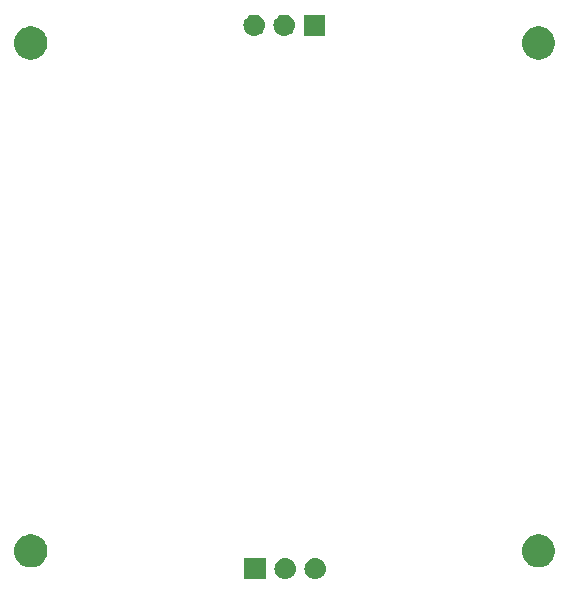
<source format=gbr>
G04 #@! TF.GenerationSoftware,KiCad,Pcbnew,5.1.4-e60b266~84~ubuntu18.04.1*
G04 #@! TF.CreationDate,2019-10-26T14:37:49-06:00*
G04 #@! TF.ProjectId,cob_single,636f625f-7369-46e6-976c-652e6b696361,rev?*
G04 #@! TF.SameCoordinates,Original*
G04 #@! TF.FileFunction,Soldermask,Bot*
G04 #@! TF.FilePolarity,Negative*
%FSLAX46Y46*%
G04 Gerber Fmt 4.6, Leading zero omitted, Abs format (unit mm)*
G04 Created by KiCad (PCBNEW 5.1.4-e60b266~84~ubuntu18.04.1) date 2019-10-26 14:37:49*
%MOMM*%
%LPD*%
G04 APERTURE LIST*
%ADD10C,0.100000*%
G04 APERTURE END LIST*
D10*
G36*
X175150443Y-117105519D02*
G01*
X175216627Y-117112037D01*
X175386466Y-117163557D01*
X175542991Y-117247222D01*
X175578729Y-117276552D01*
X175680186Y-117359814D01*
X175763448Y-117461271D01*
X175792778Y-117497009D01*
X175876443Y-117653534D01*
X175927963Y-117823373D01*
X175945359Y-118000000D01*
X175927963Y-118176627D01*
X175876443Y-118346466D01*
X175792778Y-118502991D01*
X175763448Y-118538729D01*
X175680186Y-118640186D01*
X175578729Y-118723448D01*
X175542991Y-118752778D01*
X175386466Y-118836443D01*
X175216627Y-118887963D01*
X175150442Y-118894482D01*
X175084260Y-118901000D01*
X174995740Y-118901000D01*
X174929558Y-118894482D01*
X174863373Y-118887963D01*
X174693534Y-118836443D01*
X174537009Y-118752778D01*
X174501271Y-118723448D01*
X174399814Y-118640186D01*
X174316552Y-118538729D01*
X174287222Y-118502991D01*
X174203557Y-118346466D01*
X174152037Y-118176627D01*
X174134641Y-118000000D01*
X174152037Y-117823373D01*
X174203557Y-117653534D01*
X174287222Y-117497009D01*
X174316552Y-117461271D01*
X174399814Y-117359814D01*
X174501271Y-117276552D01*
X174537009Y-117247222D01*
X174693534Y-117163557D01*
X174863373Y-117112037D01*
X174929557Y-117105519D01*
X174995740Y-117099000D01*
X175084260Y-117099000D01*
X175150443Y-117105519D01*
X175150443Y-117105519D01*
G37*
G36*
X173401000Y-118901000D02*
G01*
X171599000Y-118901000D01*
X171599000Y-117099000D01*
X173401000Y-117099000D01*
X173401000Y-118901000D01*
X173401000Y-118901000D01*
G37*
G36*
X177690443Y-117105519D02*
G01*
X177756627Y-117112037D01*
X177926466Y-117163557D01*
X178082991Y-117247222D01*
X178118729Y-117276552D01*
X178220186Y-117359814D01*
X178303448Y-117461271D01*
X178332778Y-117497009D01*
X178416443Y-117653534D01*
X178467963Y-117823373D01*
X178485359Y-118000000D01*
X178467963Y-118176627D01*
X178416443Y-118346466D01*
X178332778Y-118502991D01*
X178303448Y-118538729D01*
X178220186Y-118640186D01*
X178118729Y-118723448D01*
X178082991Y-118752778D01*
X177926466Y-118836443D01*
X177756627Y-118887963D01*
X177690442Y-118894482D01*
X177624260Y-118901000D01*
X177535740Y-118901000D01*
X177469558Y-118894482D01*
X177403373Y-118887963D01*
X177233534Y-118836443D01*
X177077009Y-118752778D01*
X177041271Y-118723448D01*
X176939814Y-118640186D01*
X176856552Y-118538729D01*
X176827222Y-118502991D01*
X176743557Y-118346466D01*
X176692037Y-118176627D01*
X176674641Y-118000000D01*
X176692037Y-117823373D01*
X176743557Y-117653534D01*
X176827222Y-117497009D01*
X176856552Y-117461271D01*
X176939814Y-117359814D01*
X177041271Y-117276552D01*
X177077009Y-117247222D01*
X177233534Y-117163557D01*
X177403373Y-117112037D01*
X177469557Y-117105519D01*
X177535740Y-117099000D01*
X177624260Y-117099000D01*
X177690443Y-117105519D01*
X177690443Y-117105519D01*
G37*
G36*
X153818433Y-115134893D02*
G01*
X153908657Y-115152839D01*
X154014267Y-115196585D01*
X154163621Y-115258449D01*
X154163622Y-115258450D01*
X154393086Y-115411772D01*
X154588228Y-115606914D01*
X154690675Y-115760237D01*
X154741551Y-115836379D01*
X154847161Y-116091344D01*
X154901000Y-116362012D01*
X154901000Y-116637988D01*
X154847161Y-116908656D01*
X154741551Y-117163621D01*
X154741550Y-117163622D01*
X154588228Y-117393086D01*
X154393086Y-117588228D01*
X154295351Y-117653532D01*
X154163621Y-117741551D01*
X154014267Y-117803415D01*
X153908657Y-117847161D01*
X153818433Y-117865107D01*
X153637988Y-117901000D01*
X153362012Y-117901000D01*
X153181567Y-117865107D01*
X153091343Y-117847161D01*
X152985733Y-117803415D01*
X152836379Y-117741551D01*
X152704649Y-117653532D01*
X152606914Y-117588228D01*
X152411772Y-117393086D01*
X152258450Y-117163622D01*
X152258449Y-117163621D01*
X152152839Y-116908656D01*
X152099000Y-116637988D01*
X152099000Y-116362012D01*
X152152839Y-116091344D01*
X152258449Y-115836379D01*
X152309325Y-115760237D01*
X152411772Y-115606914D01*
X152606914Y-115411772D01*
X152836378Y-115258450D01*
X152836379Y-115258449D01*
X152985733Y-115196585D01*
X153091343Y-115152839D01*
X153181567Y-115134893D01*
X153362012Y-115099000D01*
X153637988Y-115099000D01*
X153818433Y-115134893D01*
X153818433Y-115134893D01*
G37*
G36*
X196818433Y-115134893D02*
G01*
X196908657Y-115152839D01*
X197014267Y-115196585D01*
X197163621Y-115258449D01*
X197163622Y-115258450D01*
X197393086Y-115411772D01*
X197588228Y-115606914D01*
X197690675Y-115760237D01*
X197741551Y-115836379D01*
X197847161Y-116091344D01*
X197901000Y-116362012D01*
X197901000Y-116637988D01*
X197847161Y-116908656D01*
X197741551Y-117163621D01*
X197741550Y-117163622D01*
X197588228Y-117393086D01*
X197393086Y-117588228D01*
X197295351Y-117653532D01*
X197163621Y-117741551D01*
X197014267Y-117803415D01*
X196908657Y-117847161D01*
X196818433Y-117865107D01*
X196637988Y-117901000D01*
X196362012Y-117901000D01*
X196181567Y-117865107D01*
X196091343Y-117847161D01*
X195985733Y-117803415D01*
X195836379Y-117741551D01*
X195704649Y-117653532D01*
X195606914Y-117588228D01*
X195411772Y-117393086D01*
X195258450Y-117163622D01*
X195258449Y-117163621D01*
X195152839Y-116908656D01*
X195099000Y-116637988D01*
X195099000Y-116362012D01*
X195152839Y-116091344D01*
X195258449Y-115836379D01*
X195309325Y-115760237D01*
X195411772Y-115606914D01*
X195606914Y-115411772D01*
X195836378Y-115258450D01*
X195836379Y-115258449D01*
X195985733Y-115196585D01*
X196091343Y-115152839D01*
X196181567Y-115134893D01*
X196362012Y-115099000D01*
X196637988Y-115099000D01*
X196818433Y-115134893D01*
X196818433Y-115134893D01*
G37*
G36*
X196818433Y-72134893D02*
G01*
X196908657Y-72152839D01*
X197014267Y-72196585D01*
X197163621Y-72258449D01*
X197163622Y-72258450D01*
X197393086Y-72411772D01*
X197588228Y-72606914D01*
X197685691Y-72752778D01*
X197741551Y-72836379D01*
X197847161Y-73091344D01*
X197901000Y-73362012D01*
X197901000Y-73637988D01*
X197847161Y-73908656D01*
X197741551Y-74163621D01*
X197741550Y-74163622D01*
X197588228Y-74393086D01*
X197393086Y-74588228D01*
X197239763Y-74690675D01*
X197163621Y-74741551D01*
X197014267Y-74803415D01*
X196908657Y-74847161D01*
X196818433Y-74865107D01*
X196637988Y-74901000D01*
X196362012Y-74901000D01*
X196181567Y-74865107D01*
X196091343Y-74847161D01*
X195985733Y-74803415D01*
X195836379Y-74741551D01*
X195760237Y-74690675D01*
X195606914Y-74588228D01*
X195411772Y-74393086D01*
X195258450Y-74163622D01*
X195258449Y-74163621D01*
X195152839Y-73908656D01*
X195099000Y-73637988D01*
X195099000Y-73362012D01*
X195152839Y-73091344D01*
X195258449Y-72836379D01*
X195314309Y-72752778D01*
X195411772Y-72606914D01*
X195606914Y-72411772D01*
X195836378Y-72258450D01*
X195836379Y-72258449D01*
X195985733Y-72196585D01*
X196091343Y-72152839D01*
X196181567Y-72134893D01*
X196362012Y-72099000D01*
X196637988Y-72099000D01*
X196818433Y-72134893D01*
X196818433Y-72134893D01*
G37*
G36*
X153818433Y-72134893D02*
G01*
X153908657Y-72152839D01*
X154014267Y-72196585D01*
X154163621Y-72258449D01*
X154163622Y-72258450D01*
X154393086Y-72411772D01*
X154588228Y-72606914D01*
X154685691Y-72752778D01*
X154741551Y-72836379D01*
X154847161Y-73091344D01*
X154901000Y-73362012D01*
X154901000Y-73637988D01*
X154847161Y-73908656D01*
X154741551Y-74163621D01*
X154741550Y-74163622D01*
X154588228Y-74393086D01*
X154393086Y-74588228D01*
X154239763Y-74690675D01*
X154163621Y-74741551D01*
X154014267Y-74803415D01*
X153908657Y-74847161D01*
X153818433Y-74865107D01*
X153637988Y-74901000D01*
X153362012Y-74901000D01*
X153181567Y-74865107D01*
X153091343Y-74847161D01*
X152985733Y-74803415D01*
X152836379Y-74741551D01*
X152760237Y-74690675D01*
X152606914Y-74588228D01*
X152411772Y-74393086D01*
X152258450Y-74163622D01*
X152258449Y-74163621D01*
X152152839Y-73908656D01*
X152099000Y-73637988D01*
X152099000Y-73362012D01*
X152152839Y-73091344D01*
X152258449Y-72836379D01*
X152314309Y-72752778D01*
X152411772Y-72606914D01*
X152606914Y-72411772D01*
X152836378Y-72258450D01*
X152836379Y-72258449D01*
X152985733Y-72196585D01*
X153091343Y-72152839D01*
X153181567Y-72134893D01*
X153362012Y-72099000D01*
X153637988Y-72099000D01*
X153818433Y-72134893D01*
X153818433Y-72134893D01*
G37*
G36*
X178401000Y-72901000D02*
G01*
X176599000Y-72901000D01*
X176599000Y-71099000D01*
X178401000Y-71099000D01*
X178401000Y-72901000D01*
X178401000Y-72901000D01*
G37*
G36*
X175070443Y-71105519D02*
G01*
X175136627Y-71112037D01*
X175306466Y-71163557D01*
X175462991Y-71247222D01*
X175498729Y-71276552D01*
X175600186Y-71359814D01*
X175683448Y-71461271D01*
X175712778Y-71497009D01*
X175796443Y-71653534D01*
X175847963Y-71823373D01*
X175865359Y-72000000D01*
X175847963Y-72176627D01*
X175796443Y-72346466D01*
X175712778Y-72502991D01*
X175683448Y-72538729D01*
X175600186Y-72640186D01*
X175498729Y-72723448D01*
X175462991Y-72752778D01*
X175306466Y-72836443D01*
X175136627Y-72887963D01*
X175070443Y-72894481D01*
X175004260Y-72901000D01*
X174915740Y-72901000D01*
X174849557Y-72894481D01*
X174783373Y-72887963D01*
X174613534Y-72836443D01*
X174457009Y-72752778D01*
X174421271Y-72723448D01*
X174319814Y-72640186D01*
X174236552Y-72538729D01*
X174207222Y-72502991D01*
X174123557Y-72346466D01*
X174072037Y-72176627D01*
X174054641Y-72000000D01*
X174072037Y-71823373D01*
X174123557Y-71653534D01*
X174207222Y-71497009D01*
X174236552Y-71461271D01*
X174319814Y-71359814D01*
X174421271Y-71276552D01*
X174457009Y-71247222D01*
X174613534Y-71163557D01*
X174783373Y-71112037D01*
X174849557Y-71105519D01*
X174915740Y-71099000D01*
X175004260Y-71099000D01*
X175070443Y-71105519D01*
X175070443Y-71105519D01*
G37*
G36*
X172530443Y-71105519D02*
G01*
X172596627Y-71112037D01*
X172766466Y-71163557D01*
X172922991Y-71247222D01*
X172958729Y-71276552D01*
X173060186Y-71359814D01*
X173143448Y-71461271D01*
X173172778Y-71497009D01*
X173256443Y-71653534D01*
X173307963Y-71823373D01*
X173325359Y-72000000D01*
X173307963Y-72176627D01*
X173256443Y-72346466D01*
X173172778Y-72502991D01*
X173143448Y-72538729D01*
X173060186Y-72640186D01*
X172958729Y-72723448D01*
X172922991Y-72752778D01*
X172766466Y-72836443D01*
X172596627Y-72887963D01*
X172530443Y-72894481D01*
X172464260Y-72901000D01*
X172375740Y-72901000D01*
X172309557Y-72894481D01*
X172243373Y-72887963D01*
X172073534Y-72836443D01*
X171917009Y-72752778D01*
X171881271Y-72723448D01*
X171779814Y-72640186D01*
X171696552Y-72538729D01*
X171667222Y-72502991D01*
X171583557Y-72346466D01*
X171532037Y-72176627D01*
X171514641Y-72000000D01*
X171532037Y-71823373D01*
X171583557Y-71653534D01*
X171667222Y-71497009D01*
X171696552Y-71461271D01*
X171779814Y-71359814D01*
X171881271Y-71276552D01*
X171917009Y-71247222D01*
X172073534Y-71163557D01*
X172243373Y-71112037D01*
X172309557Y-71105519D01*
X172375740Y-71099000D01*
X172464260Y-71099000D01*
X172530443Y-71105519D01*
X172530443Y-71105519D01*
G37*
M02*

</source>
